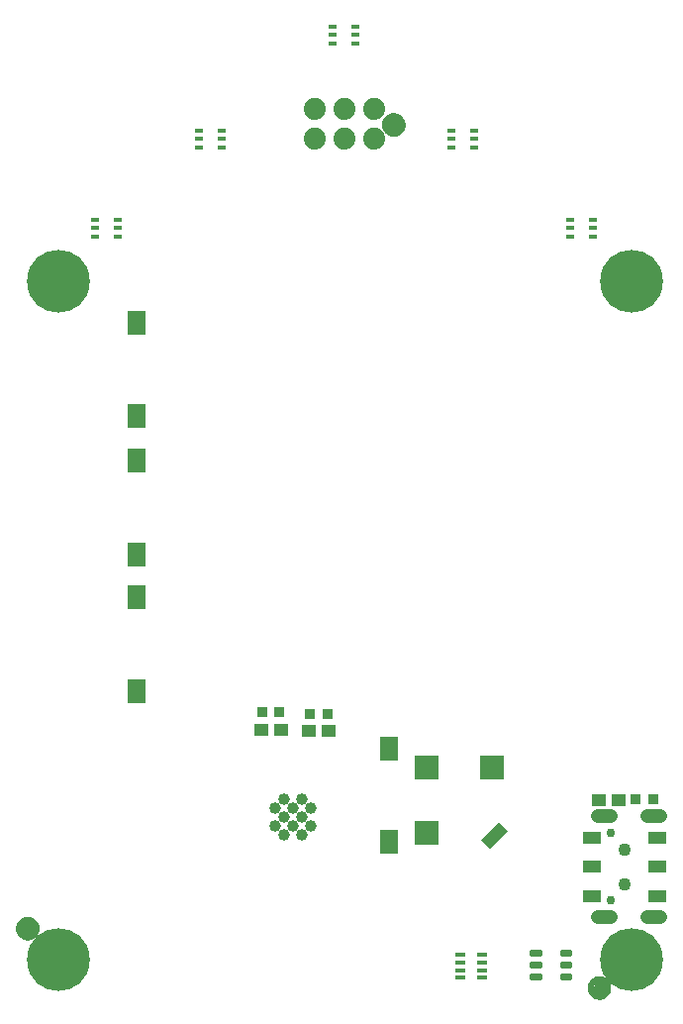
<source format=gbr>
G04 EAGLE Gerber RS-274X export*
G75*
%MOMM*%
%FSLAX34Y34*%
%LPD*%
%INSoldermask Top*%
%IPPOS*%
%AMOC8*
5,1,8,0,0,1.08239X$1,22.5*%
G01*
%ADD10R,0.901600X0.901600*%
%ADD11R,1.176600X1.101600*%
%ADD12C,1.209600*%
%ADD13C,0.751600*%
%ADD14C,1.009600*%
%ADD15R,1.601600X2.101600*%
%ADD16R,2.101600X2.101600*%
%ADD17R,2.101600X1.101600*%
%ADD18R,0.801600X0.451600*%
%ADD19R,0.826600X0.451600*%
%ADD20R,1.601600X1.101600*%
%ADD21C,1.101600*%
%ADD22C,5.367600*%
%ADD23C,0.348925*%
%ADD24C,1.879600*%
%ADD25C,0.469900*%


D10*
X544075Y172339D03*
X529075Y172339D03*
X265310Y245237D03*
X250310Y245237D03*
D11*
X513960Y171069D03*
X496960Y171069D03*
X249310Y231013D03*
X266310Y231013D03*
D12*
X538596Y157755D02*
X549676Y157755D01*
X549676Y71355D02*
X538596Y71355D01*
X507876Y71355D02*
X496796Y71355D01*
X496796Y157755D02*
X507876Y157755D01*
D13*
X507336Y85655D03*
X507336Y143455D03*
D14*
X228377Y142091D03*
X243377Y142091D03*
X220877Y149591D03*
X235877Y149591D03*
X250877Y149591D03*
X228377Y157091D03*
X243377Y157091D03*
X220877Y164591D03*
X235877Y164591D03*
X250877Y164591D03*
X228377Y172091D03*
X243377Y172091D03*
D15*
X101600Y579750D03*
X101600Y499750D03*
X101600Y461640D03*
X101600Y381640D03*
X101600Y344800D03*
X101600Y264800D03*
X318263Y215668D03*
X318263Y135668D03*
D16*
X350091Y143416D03*
X350091Y199416D03*
X406091Y199416D03*
D17*
G36*
X396766Y137881D02*
X411626Y152741D01*
X419416Y144951D01*
X404556Y130091D01*
X396766Y137881D01*
G37*
D18*
X66700Y667900D03*
X66700Y660400D03*
X66700Y652900D03*
X85700Y652900D03*
X85700Y660400D03*
X85700Y667900D03*
X155600Y744100D03*
X155600Y736600D03*
X155600Y729100D03*
X174600Y729100D03*
X174600Y736600D03*
X174600Y744100D03*
X269900Y833000D03*
X269900Y825500D03*
X269900Y818000D03*
X288900Y818000D03*
X288900Y825500D03*
X288900Y833000D03*
X371500Y744100D03*
X371500Y736600D03*
X371500Y729100D03*
X390500Y729100D03*
X390500Y736600D03*
X390500Y744100D03*
X473100Y667900D03*
X473100Y660400D03*
X473100Y652900D03*
X492100Y652900D03*
X492100Y660400D03*
X492100Y667900D03*
D19*
X397108Y39214D03*
X397108Y32714D03*
X397108Y26214D03*
X397108Y19714D03*
X378608Y19714D03*
X378608Y26214D03*
X378608Y32714D03*
X378608Y39214D03*
D10*
X209289Y246380D03*
X224289Y246380D03*
D20*
X547430Y139450D03*
X547430Y114450D03*
X547430Y89450D03*
X491430Y89450D03*
X491430Y114450D03*
X491430Y139450D03*
D21*
X519430Y99450D03*
X519430Y129450D03*
D11*
X208670Y231140D03*
X225670Y231140D03*
D22*
X35000Y35000D03*
X525000Y35000D03*
X35000Y615000D03*
X525000Y615000D03*
D23*
X473079Y21744D02*
X466051Y21744D01*
X473079Y21744D02*
X473079Y19216D01*
X466051Y19216D01*
X466051Y21744D01*
X466051Y31744D02*
X473079Y31744D01*
X473079Y29216D01*
X466051Y29216D01*
X466051Y31744D01*
X466051Y41744D02*
X473079Y41744D01*
X473079Y39216D01*
X466051Y39216D01*
X466051Y41744D01*
X447079Y41744D02*
X440051Y41744D01*
X447079Y41744D02*
X447079Y39216D01*
X440051Y39216D01*
X440051Y41744D01*
X440051Y31744D02*
X447079Y31744D01*
X447079Y29216D01*
X440051Y29216D01*
X440051Y31744D01*
X440051Y21744D02*
X447079Y21744D01*
X447079Y19216D01*
X440051Y19216D01*
X440051Y21744D01*
D24*
X254000Y736600D03*
X279400Y736600D03*
X304800Y736600D03*
X254000Y762000D03*
X279400Y762000D03*
X304800Y762000D03*
D21*
X497840Y10795D03*
D25*
X497840Y18295D02*
X497659Y18293D01*
X497478Y18286D01*
X497297Y18275D01*
X497116Y18260D01*
X496936Y18240D01*
X496756Y18216D01*
X496577Y18188D01*
X496399Y18155D01*
X496222Y18118D01*
X496045Y18077D01*
X495870Y18032D01*
X495695Y17982D01*
X495522Y17928D01*
X495351Y17870D01*
X495180Y17808D01*
X495012Y17741D01*
X494845Y17671D01*
X494679Y17597D01*
X494516Y17518D01*
X494355Y17436D01*
X494195Y17350D01*
X494038Y17260D01*
X493883Y17166D01*
X493730Y17069D01*
X493580Y16967D01*
X493432Y16863D01*
X493286Y16754D01*
X493144Y16643D01*
X493004Y16527D01*
X492867Y16409D01*
X492732Y16287D01*
X492601Y16162D01*
X492473Y16034D01*
X492348Y15903D01*
X492226Y15768D01*
X492108Y15631D01*
X491992Y15491D01*
X491881Y15349D01*
X491772Y15203D01*
X491668Y15055D01*
X491566Y14905D01*
X491469Y14752D01*
X491375Y14597D01*
X491285Y14440D01*
X491199Y14280D01*
X491117Y14119D01*
X491038Y13956D01*
X490964Y13790D01*
X490894Y13623D01*
X490827Y13455D01*
X490765Y13284D01*
X490707Y13113D01*
X490653Y12940D01*
X490603Y12765D01*
X490558Y12590D01*
X490517Y12413D01*
X490480Y12236D01*
X490447Y12058D01*
X490419Y11879D01*
X490395Y11699D01*
X490375Y11519D01*
X490360Y11338D01*
X490349Y11157D01*
X490342Y10976D01*
X490340Y10795D01*
X497840Y18295D02*
X498021Y18293D01*
X498202Y18286D01*
X498383Y18275D01*
X498564Y18260D01*
X498744Y18240D01*
X498924Y18216D01*
X499103Y18188D01*
X499281Y18155D01*
X499458Y18118D01*
X499635Y18077D01*
X499810Y18032D01*
X499985Y17982D01*
X500158Y17928D01*
X500329Y17870D01*
X500500Y17808D01*
X500668Y17741D01*
X500835Y17671D01*
X501001Y17597D01*
X501164Y17518D01*
X501325Y17436D01*
X501485Y17350D01*
X501642Y17260D01*
X501797Y17166D01*
X501950Y17069D01*
X502100Y16967D01*
X502248Y16863D01*
X502394Y16754D01*
X502536Y16643D01*
X502676Y16527D01*
X502813Y16409D01*
X502948Y16287D01*
X503079Y16162D01*
X503207Y16034D01*
X503332Y15903D01*
X503454Y15768D01*
X503572Y15631D01*
X503688Y15491D01*
X503799Y15349D01*
X503908Y15203D01*
X504012Y15055D01*
X504114Y14905D01*
X504211Y14752D01*
X504305Y14597D01*
X504395Y14440D01*
X504481Y14280D01*
X504563Y14119D01*
X504642Y13956D01*
X504716Y13790D01*
X504786Y13623D01*
X504853Y13455D01*
X504915Y13284D01*
X504973Y13113D01*
X505027Y12940D01*
X505077Y12765D01*
X505122Y12590D01*
X505163Y12413D01*
X505200Y12236D01*
X505233Y12058D01*
X505261Y11879D01*
X505285Y11699D01*
X505305Y11519D01*
X505320Y11338D01*
X505331Y11157D01*
X505338Y10976D01*
X505340Y10795D01*
X505338Y10614D01*
X505331Y10433D01*
X505320Y10252D01*
X505305Y10071D01*
X505285Y9891D01*
X505261Y9711D01*
X505233Y9532D01*
X505200Y9354D01*
X505163Y9177D01*
X505122Y9000D01*
X505077Y8825D01*
X505027Y8650D01*
X504973Y8477D01*
X504915Y8306D01*
X504853Y8135D01*
X504786Y7967D01*
X504716Y7800D01*
X504642Y7634D01*
X504563Y7471D01*
X504481Y7310D01*
X504395Y7150D01*
X504305Y6993D01*
X504211Y6838D01*
X504114Y6685D01*
X504012Y6535D01*
X503908Y6387D01*
X503799Y6241D01*
X503688Y6099D01*
X503572Y5959D01*
X503454Y5822D01*
X503332Y5687D01*
X503207Y5556D01*
X503079Y5428D01*
X502948Y5303D01*
X502813Y5181D01*
X502676Y5063D01*
X502536Y4947D01*
X502394Y4836D01*
X502248Y4727D01*
X502100Y4623D01*
X501950Y4521D01*
X501797Y4424D01*
X501642Y4330D01*
X501485Y4240D01*
X501325Y4154D01*
X501164Y4072D01*
X501001Y3993D01*
X500835Y3919D01*
X500668Y3849D01*
X500500Y3782D01*
X500329Y3720D01*
X500158Y3662D01*
X499985Y3608D01*
X499810Y3558D01*
X499635Y3513D01*
X499458Y3472D01*
X499281Y3435D01*
X499103Y3402D01*
X498924Y3374D01*
X498744Y3350D01*
X498564Y3330D01*
X498383Y3315D01*
X498202Y3304D01*
X498021Y3297D01*
X497840Y3295D01*
X497659Y3297D01*
X497478Y3304D01*
X497297Y3315D01*
X497116Y3330D01*
X496936Y3350D01*
X496756Y3374D01*
X496577Y3402D01*
X496399Y3435D01*
X496222Y3472D01*
X496045Y3513D01*
X495870Y3558D01*
X495695Y3608D01*
X495522Y3662D01*
X495351Y3720D01*
X495180Y3782D01*
X495012Y3849D01*
X494845Y3919D01*
X494679Y3993D01*
X494516Y4072D01*
X494355Y4154D01*
X494195Y4240D01*
X494038Y4330D01*
X493883Y4424D01*
X493730Y4521D01*
X493580Y4623D01*
X493432Y4727D01*
X493286Y4836D01*
X493144Y4947D01*
X493004Y5063D01*
X492867Y5181D01*
X492732Y5303D01*
X492601Y5428D01*
X492473Y5556D01*
X492348Y5687D01*
X492226Y5822D01*
X492108Y5959D01*
X491992Y6099D01*
X491881Y6241D01*
X491772Y6387D01*
X491668Y6535D01*
X491566Y6685D01*
X491469Y6838D01*
X491375Y6993D01*
X491285Y7150D01*
X491199Y7310D01*
X491117Y7471D01*
X491038Y7634D01*
X490964Y7800D01*
X490894Y7967D01*
X490827Y8135D01*
X490765Y8306D01*
X490707Y8477D01*
X490653Y8650D01*
X490603Y8825D01*
X490558Y9000D01*
X490517Y9177D01*
X490480Y9354D01*
X490447Y9532D01*
X490419Y9711D01*
X490395Y9891D01*
X490375Y10071D01*
X490360Y10252D01*
X490349Y10433D01*
X490342Y10614D01*
X490340Y10795D01*
D21*
X321945Y748665D03*
D25*
X321945Y756165D02*
X321764Y756163D01*
X321583Y756156D01*
X321402Y756145D01*
X321221Y756130D01*
X321041Y756110D01*
X320861Y756086D01*
X320682Y756058D01*
X320504Y756025D01*
X320327Y755988D01*
X320150Y755947D01*
X319975Y755902D01*
X319800Y755852D01*
X319627Y755798D01*
X319456Y755740D01*
X319285Y755678D01*
X319117Y755611D01*
X318950Y755541D01*
X318784Y755467D01*
X318621Y755388D01*
X318460Y755306D01*
X318300Y755220D01*
X318143Y755130D01*
X317988Y755036D01*
X317835Y754939D01*
X317685Y754837D01*
X317537Y754733D01*
X317391Y754624D01*
X317249Y754513D01*
X317109Y754397D01*
X316972Y754279D01*
X316837Y754157D01*
X316706Y754032D01*
X316578Y753904D01*
X316453Y753773D01*
X316331Y753638D01*
X316213Y753501D01*
X316097Y753361D01*
X315986Y753219D01*
X315877Y753073D01*
X315773Y752925D01*
X315671Y752775D01*
X315574Y752622D01*
X315480Y752467D01*
X315390Y752310D01*
X315304Y752150D01*
X315222Y751989D01*
X315143Y751826D01*
X315069Y751660D01*
X314999Y751493D01*
X314932Y751325D01*
X314870Y751154D01*
X314812Y750983D01*
X314758Y750810D01*
X314708Y750635D01*
X314663Y750460D01*
X314622Y750283D01*
X314585Y750106D01*
X314552Y749928D01*
X314524Y749749D01*
X314500Y749569D01*
X314480Y749389D01*
X314465Y749208D01*
X314454Y749027D01*
X314447Y748846D01*
X314445Y748665D01*
X321945Y756165D02*
X322126Y756163D01*
X322307Y756156D01*
X322488Y756145D01*
X322669Y756130D01*
X322849Y756110D01*
X323029Y756086D01*
X323208Y756058D01*
X323386Y756025D01*
X323563Y755988D01*
X323740Y755947D01*
X323915Y755902D01*
X324090Y755852D01*
X324263Y755798D01*
X324434Y755740D01*
X324605Y755678D01*
X324773Y755611D01*
X324940Y755541D01*
X325106Y755467D01*
X325269Y755388D01*
X325430Y755306D01*
X325590Y755220D01*
X325747Y755130D01*
X325902Y755036D01*
X326055Y754939D01*
X326205Y754837D01*
X326353Y754733D01*
X326499Y754624D01*
X326641Y754513D01*
X326781Y754397D01*
X326918Y754279D01*
X327053Y754157D01*
X327184Y754032D01*
X327312Y753904D01*
X327437Y753773D01*
X327559Y753638D01*
X327677Y753501D01*
X327793Y753361D01*
X327904Y753219D01*
X328013Y753073D01*
X328117Y752925D01*
X328219Y752775D01*
X328316Y752622D01*
X328410Y752467D01*
X328500Y752310D01*
X328586Y752150D01*
X328668Y751989D01*
X328747Y751826D01*
X328821Y751660D01*
X328891Y751493D01*
X328958Y751325D01*
X329020Y751154D01*
X329078Y750983D01*
X329132Y750810D01*
X329182Y750635D01*
X329227Y750460D01*
X329268Y750283D01*
X329305Y750106D01*
X329338Y749928D01*
X329366Y749749D01*
X329390Y749569D01*
X329410Y749389D01*
X329425Y749208D01*
X329436Y749027D01*
X329443Y748846D01*
X329445Y748665D01*
X329443Y748484D01*
X329436Y748303D01*
X329425Y748122D01*
X329410Y747941D01*
X329390Y747761D01*
X329366Y747581D01*
X329338Y747402D01*
X329305Y747224D01*
X329268Y747047D01*
X329227Y746870D01*
X329182Y746695D01*
X329132Y746520D01*
X329078Y746347D01*
X329020Y746176D01*
X328958Y746005D01*
X328891Y745837D01*
X328821Y745670D01*
X328747Y745504D01*
X328668Y745341D01*
X328586Y745180D01*
X328500Y745020D01*
X328410Y744863D01*
X328316Y744708D01*
X328219Y744555D01*
X328117Y744405D01*
X328013Y744257D01*
X327904Y744111D01*
X327793Y743969D01*
X327677Y743829D01*
X327559Y743692D01*
X327437Y743557D01*
X327312Y743426D01*
X327184Y743298D01*
X327053Y743173D01*
X326918Y743051D01*
X326781Y742933D01*
X326641Y742817D01*
X326499Y742706D01*
X326353Y742597D01*
X326205Y742493D01*
X326055Y742391D01*
X325902Y742294D01*
X325747Y742200D01*
X325590Y742110D01*
X325430Y742024D01*
X325269Y741942D01*
X325106Y741863D01*
X324940Y741789D01*
X324773Y741719D01*
X324605Y741652D01*
X324434Y741590D01*
X324263Y741532D01*
X324090Y741478D01*
X323915Y741428D01*
X323740Y741383D01*
X323563Y741342D01*
X323386Y741305D01*
X323208Y741272D01*
X323029Y741244D01*
X322849Y741220D01*
X322669Y741200D01*
X322488Y741185D01*
X322307Y741174D01*
X322126Y741167D01*
X321945Y741165D01*
X321764Y741167D01*
X321583Y741174D01*
X321402Y741185D01*
X321221Y741200D01*
X321041Y741220D01*
X320861Y741244D01*
X320682Y741272D01*
X320504Y741305D01*
X320327Y741342D01*
X320150Y741383D01*
X319975Y741428D01*
X319800Y741478D01*
X319627Y741532D01*
X319456Y741590D01*
X319285Y741652D01*
X319117Y741719D01*
X318950Y741789D01*
X318784Y741863D01*
X318621Y741942D01*
X318460Y742024D01*
X318300Y742110D01*
X318143Y742200D01*
X317988Y742294D01*
X317835Y742391D01*
X317685Y742493D01*
X317537Y742597D01*
X317391Y742706D01*
X317249Y742817D01*
X317109Y742933D01*
X316972Y743051D01*
X316837Y743173D01*
X316706Y743298D01*
X316578Y743426D01*
X316453Y743557D01*
X316331Y743692D01*
X316213Y743829D01*
X316097Y743969D01*
X315986Y744111D01*
X315877Y744257D01*
X315773Y744405D01*
X315671Y744555D01*
X315574Y744708D01*
X315480Y744863D01*
X315390Y745020D01*
X315304Y745180D01*
X315222Y745341D01*
X315143Y745504D01*
X315069Y745670D01*
X314999Y745837D01*
X314932Y746005D01*
X314870Y746176D01*
X314812Y746347D01*
X314758Y746520D01*
X314708Y746695D01*
X314663Y746870D01*
X314622Y747047D01*
X314585Y747224D01*
X314552Y747402D01*
X314524Y747581D01*
X314500Y747761D01*
X314480Y747941D01*
X314465Y748122D01*
X314454Y748303D01*
X314447Y748484D01*
X314445Y748665D01*
D21*
X8890Y61595D03*
D25*
X8890Y69095D02*
X8709Y69093D01*
X8528Y69086D01*
X8347Y69075D01*
X8166Y69060D01*
X7986Y69040D01*
X7806Y69016D01*
X7627Y68988D01*
X7449Y68955D01*
X7272Y68918D01*
X7095Y68877D01*
X6920Y68832D01*
X6745Y68782D01*
X6572Y68728D01*
X6401Y68670D01*
X6230Y68608D01*
X6062Y68541D01*
X5895Y68471D01*
X5729Y68397D01*
X5566Y68318D01*
X5405Y68236D01*
X5245Y68150D01*
X5088Y68060D01*
X4933Y67966D01*
X4780Y67869D01*
X4630Y67767D01*
X4482Y67663D01*
X4336Y67554D01*
X4194Y67443D01*
X4054Y67327D01*
X3917Y67209D01*
X3782Y67087D01*
X3651Y66962D01*
X3523Y66834D01*
X3398Y66703D01*
X3276Y66568D01*
X3158Y66431D01*
X3042Y66291D01*
X2931Y66149D01*
X2822Y66003D01*
X2718Y65855D01*
X2616Y65705D01*
X2519Y65552D01*
X2425Y65397D01*
X2335Y65240D01*
X2249Y65080D01*
X2167Y64919D01*
X2088Y64756D01*
X2014Y64590D01*
X1944Y64423D01*
X1877Y64255D01*
X1815Y64084D01*
X1757Y63913D01*
X1703Y63740D01*
X1653Y63565D01*
X1608Y63390D01*
X1567Y63213D01*
X1530Y63036D01*
X1497Y62858D01*
X1469Y62679D01*
X1445Y62499D01*
X1425Y62319D01*
X1410Y62138D01*
X1399Y61957D01*
X1392Y61776D01*
X1390Y61595D01*
X8890Y69095D02*
X9071Y69093D01*
X9252Y69086D01*
X9433Y69075D01*
X9614Y69060D01*
X9794Y69040D01*
X9974Y69016D01*
X10153Y68988D01*
X10331Y68955D01*
X10508Y68918D01*
X10685Y68877D01*
X10860Y68832D01*
X11035Y68782D01*
X11208Y68728D01*
X11379Y68670D01*
X11550Y68608D01*
X11718Y68541D01*
X11885Y68471D01*
X12051Y68397D01*
X12214Y68318D01*
X12375Y68236D01*
X12535Y68150D01*
X12692Y68060D01*
X12847Y67966D01*
X13000Y67869D01*
X13150Y67767D01*
X13298Y67663D01*
X13444Y67554D01*
X13586Y67443D01*
X13726Y67327D01*
X13863Y67209D01*
X13998Y67087D01*
X14129Y66962D01*
X14257Y66834D01*
X14382Y66703D01*
X14504Y66568D01*
X14622Y66431D01*
X14738Y66291D01*
X14849Y66149D01*
X14958Y66003D01*
X15062Y65855D01*
X15164Y65705D01*
X15261Y65552D01*
X15355Y65397D01*
X15445Y65240D01*
X15531Y65080D01*
X15613Y64919D01*
X15692Y64756D01*
X15766Y64590D01*
X15836Y64423D01*
X15903Y64255D01*
X15965Y64084D01*
X16023Y63913D01*
X16077Y63740D01*
X16127Y63565D01*
X16172Y63390D01*
X16213Y63213D01*
X16250Y63036D01*
X16283Y62858D01*
X16311Y62679D01*
X16335Y62499D01*
X16355Y62319D01*
X16370Y62138D01*
X16381Y61957D01*
X16388Y61776D01*
X16390Y61595D01*
X16388Y61414D01*
X16381Y61233D01*
X16370Y61052D01*
X16355Y60871D01*
X16335Y60691D01*
X16311Y60511D01*
X16283Y60332D01*
X16250Y60154D01*
X16213Y59977D01*
X16172Y59800D01*
X16127Y59625D01*
X16077Y59450D01*
X16023Y59277D01*
X15965Y59106D01*
X15903Y58935D01*
X15836Y58767D01*
X15766Y58600D01*
X15692Y58434D01*
X15613Y58271D01*
X15531Y58110D01*
X15445Y57950D01*
X15355Y57793D01*
X15261Y57638D01*
X15164Y57485D01*
X15062Y57335D01*
X14958Y57187D01*
X14849Y57041D01*
X14738Y56899D01*
X14622Y56759D01*
X14504Y56622D01*
X14382Y56487D01*
X14257Y56356D01*
X14129Y56228D01*
X13998Y56103D01*
X13863Y55981D01*
X13726Y55863D01*
X13586Y55747D01*
X13444Y55636D01*
X13298Y55527D01*
X13150Y55423D01*
X13000Y55321D01*
X12847Y55224D01*
X12692Y55130D01*
X12535Y55040D01*
X12375Y54954D01*
X12214Y54872D01*
X12051Y54793D01*
X11885Y54719D01*
X11718Y54649D01*
X11550Y54582D01*
X11379Y54520D01*
X11208Y54462D01*
X11035Y54408D01*
X10860Y54358D01*
X10685Y54313D01*
X10508Y54272D01*
X10331Y54235D01*
X10153Y54202D01*
X9974Y54174D01*
X9794Y54150D01*
X9614Y54130D01*
X9433Y54115D01*
X9252Y54104D01*
X9071Y54097D01*
X8890Y54095D01*
X8709Y54097D01*
X8528Y54104D01*
X8347Y54115D01*
X8166Y54130D01*
X7986Y54150D01*
X7806Y54174D01*
X7627Y54202D01*
X7449Y54235D01*
X7272Y54272D01*
X7095Y54313D01*
X6920Y54358D01*
X6745Y54408D01*
X6572Y54462D01*
X6401Y54520D01*
X6230Y54582D01*
X6062Y54649D01*
X5895Y54719D01*
X5729Y54793D01*
X5566Y54872D01*
X5405Y54954D01*
X5245Y55040D01*
X5088Y55130D01*
X4933Y55224D01*
X4780Y55321D01*
X4630Y55423D01*
X4482Y55527D01*
X4336Y55636D01*
X4194Y55747D01*
X4054Y55863D01*
X3917Y55981D01*
X3782Y56103D01*
X3651Y56228D01*
X3523Y56356D01*
X3398Y56487D01*
X3276Y56622D01*
X3158Y56759D01*
X3042Y56899D01*
X2931Y57041D01*
X2822Y57187D01*
X2718Y57335D01*
X2616Y57485D01*
X2519Y57638D01*
X2425Y57793D01*
X2335Y57950D01*
X2249Y58110D01*
X2167Y58271D01*
X2088Y58434D01*
X2014Y58600D01*
X1944Y58767D01*
X1877Y58935D01*
X1815Y59106D01*
X1757Y59277D01*
X1703Y59450D01*
X1653Y59625D01*
X1608Y59800D01*
X1567Y59977D01*
X1530Y60154D01*
X1497Y60332D01*
X1469Y60511D01*
X1445Y60691D01*
X1425Y60871D01*
X1410Y61052D01*
X1399Y61233D01*
X1392Y61414D01*
X1390Y61595D01*
M02*

</source>
